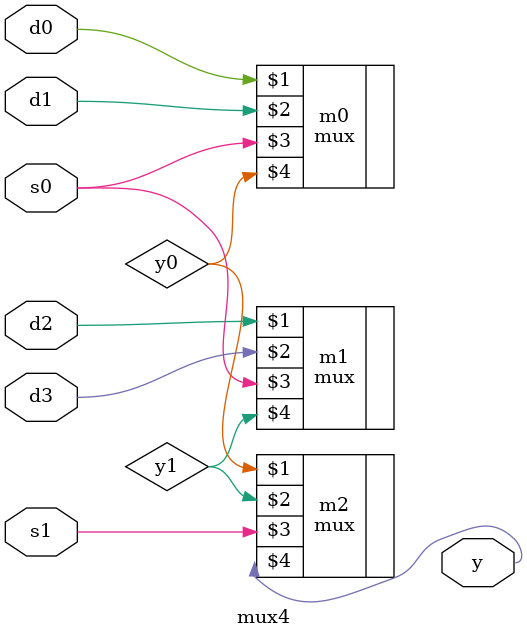
<source format=sv>
module mux4(
    input logic d0, d1, d2, d3,
    input logic s0,
    input logic s1,
    output tri y);

    logic y0, y1;

    mux m0(d0, d1, s0, y0);
    mux m1(d2, d3, s0, y1);
    mux m2(y0, y1, s1, y);
endmodule
</source>
